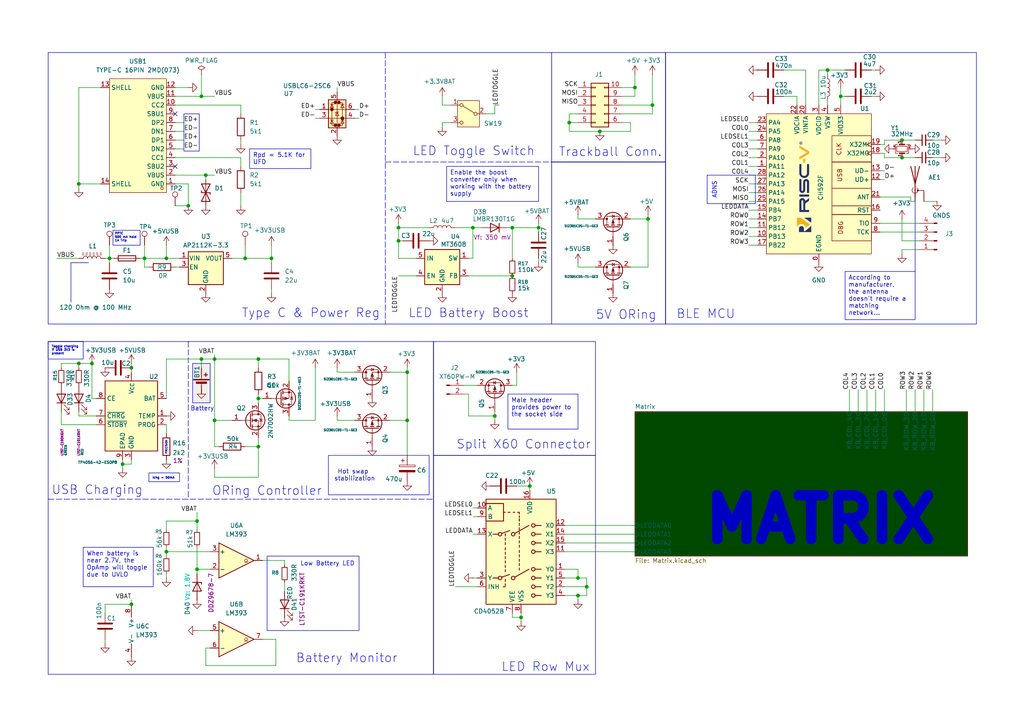
<source format=kicad_sch>
(kicad_sch (version 20250114) (generator "eeschema") (generator_version "9.0")
  (paper "A4")
  (rectangle (start 125.73 132.08) (end 172.72 195.58))
  (rectangle (start 13.97 99.06) (end 125.73 195.58))
  (rectangle (start 193.04 15.24) (end 283.21 93.98))
  (rectangle (start 160.02 15.24) (end 193.04 46.99))
  (rectangle (start 55.88 105.41) (end 60.96 116.84) (fill (type color) (color 194 194 194 0.25)))
  (rectangle (start 205.105 50.8) (end 219.075 59.055))
  (rectangle (start 53.34 33.02) (end 57.785 43.815))
  (rectangle (start 125.73 99.06) (end 172.72 132.08))
  (rectangle (start 95.25 132.08) (end 124.46 143.51))
  (rectangle (start 160.02 46.99) (end 193.04 93.98))
  (rectangle (start 77.47 161.29) (end 104.14 182.88))
  (rectangle (start 13.97 15.24) (end 160.02 93.98))
  (text "LED Toggle Switch" (at 137.414 43.942 0) (effects (font (size 2.54 2.54))))
  (text "Hot swap \nstabilization" (at 102.87 137.922 0) (effects (font (size 1.27 1.27))))
  (text "MATRIX" (at 237.998 150.876 0) (effects (font (size 12.7 12.7) (thickness 3.048) (bold yes))))
  (text "PRECISION" (at 48.26 129.794 90) (effects (font (size 0.508 0.508))))
  (text "Low Battery LED" (at 94.996 163.576 0) (effects (font (size 1.27 1.27))))
  (text "5V ORing" (at 181.61 91.44 0) (effects (font (size 2.54 2.54))))
  (text "USB Charging" (at 28.194 142.24 0) (effects (font (size 2.54 2.54))))
  (text "BLE MCU" (at 204.724 91.186 0) (effects (font (size 2.54 2.54))))
  (text "Battery" (at 58.674 118.618 0) (effects (font (size 1.27 1.27))))
  (text "ADNS" (at 207.264 55.118 90) (effects (font (size 1.27 1.27))))
  (text "Split X60 Connector" (at 151.892 129.032 0) (effects (font (size 2.54 2.54))))
  (text "Battery Monitor" (at 100.584 191.008 0) (effects (font (size 2.54 2.54))))
  (text "ORing Controller" (at 77.47 142.494 0) (effects (font (size 2.54 2.54))))
  (text "Trackball Conn." (at 177.038 44.196 0) (effects (font (size 2.54 2.54))))
  (text "LED Battery Boost" (at 135.89 90.932 0) (effects (font (size 2.54 2.54))))
  (text "Type C & Power Reg" (at 90.17 90.932 0) (effects (font (size 2.54 2.54))))
  (text "LED Row Mux" (at 158.242 193.548 0) (effects (font (size 2.54 2.54))))
  (text_box "According to manufacturer,\nthe antenna doesn't require a matching\nnetwork..." (at 245.11 78.74 0) (size 20.32 13.97) (margins 0.9525 0.9525 0.9525 0.9525) (effects (font (size 1.27 1.27)) (justify left top)))
  (text_box "Ichg = 50mA" (at 43.18 137.16 0) (size 8.89 2.54) (margins 0.9525 0.9525 0.9525 0.9525) (effects (font (size 0.635 0.635)) (justify left top)))
  (text_box "PPTC \n500 mA hold\n1A Trip" (at 32.766 66.802 0) (size 7.874 4.318) (margins 0.4763 0.4763 0.4763 0.4763) (effects (font (size 0.635 0.635)) (justify left top)))
  (text_box "Toggle charging if USB 3V3 is present" (at 13.97 99.06 0) (size 10.16 5.08) (margins 0.9525 0.9525 0.9525 0.9525) (effects (font (size 0.635 0.635)) (justify left top)))
  (text_box "When battery is near 2.7V, the OpAmp will toggle due to UVLO" (at 24.13 158.75 0) (size 20.32 11.43) (margins 0.9525 0.9525 0.9525 0.9525) (effects (font (size 1.27 1.27)) (justify left top)))
  (text_box "Enable the boost converter only when working with the battery supply" (at 129.54 48.26 0) (size 26.67 10.16) (margins 0.9525 0.9525 0.9525 0.9525) (effects (font (size 1.27 1.27)) (justify left top)))
  (text_box "Male header provides power to\nthe socket side" (at 147.32 114.3 0) (size 20.32 10.16) (margins 0.9525 0.9525 0.9525 0.9525) (effects (font (size 1.27 1.27)) (justify left top)))
  (text_box "Rpd = 5.1K for\nUFD" (at 72.39 43.18 0) (size 17.78 5.715) (margins 0.9525 0.9525 0.9525 0.9525) (effects (font (size 1.27 1.27)) (justify left top)))
  (junction (at 243.84 27.94))
  (junction (at 57.15 151.13))
  (junction (at 148.59 80.01))
  (junction (at 167.64 172.72))
  (junction (at 78.74 74.93))
  (junction (at 41.91 74.93))
  (junction (at 71.12 74.93))
  (junction (at 189.23 30.48))
  (junction (at 156.21 66.04))
  (junction (at 22.86 53.34))
  (junction (at 74.93 104.14))
  (junction (at 240.03 20.32))
  (junction (at 74.93 115.57))
  (junction (at 170.18 170.18))
  (junction (at 173.99 38.1))
  (junction (at 165.1 35.56))
  (junction (at 58.42 27.94))
  (junction (at 48.26 160.02))
  (junction (at 118.11 107.95))
  (junction (at 31.75 74.93))
  (junction (at 143.51 120.65))
  (junction (at 59.69 50.8))
  (junction (at 26.67 105.41))
  (junction (at 148.59 66.04))
  (junction (at 151.13 179.07))
  (junction (at 115.57 69.85))
  (junction (at 261.62 40.64))
  (junction (at 118.11 121.92))
  (junction (at 57.15 165.1))
  (junction (at 38.1 106.68))
  (junction (at 58.42 104.14))
  (junction (at 187.96 63.5))
  (junction (at 62.23 121.92))
  (junction (at 261.62 45.72))
  (junction (at 184.15 25.4))
  (junction (at 62.23 104.14))
  (junction (at 48.26 74.93))
  (junction (at 54.61 59.69))
  (junction (at 167.64 167.64))
  (junction (at 115.57 66.04))
  (junction (at 137.16 66.04))
  (junction (at 35.56 134.62))
  (junction (at 74.93 129.54))
  (junction (at 38.1 175.26))
  (junction (at 22.86 105.41))
  (junction (at 153.67 140.97))
  (no_connect (at 50.8 33.02))
  (no_connect (at 50.8 48.26))
  (wire (pts (xy 17.78 105.41) (xy 22.86 105.41)))
  (wire (pts (xy 74.93 129.54) (xy 74.93 138.43)))
  (wire (pts (xy 270.51 40.64) (xy 273.05 40.64)))
  (wire (pts (xy 143.51 121.92) (xy 143.51 120.65)))
  (wire (pts (xy 62.23 138.43) (xy 74.93 138.43)))
  (wire (pts (xy 38.1 134.62) (xy 35.56 134.62)))
  (wire (pts (xy 50.8 45.72) (xy 69.85 45.72)))
  (wire (pts (xy 31.75 76.2) (xy 31.75 74.93)))
  (wire (pts (xy 62.23 135.89) (xy 62.23 138.43)))
  (wire (pts (xy 82.55 171.45) (xy 82.55 168.91)))
  (wire (pts (xy 264.16 57.15) (xy 255.27 57.15)))
  (wire (pts (xy 35.56 133.35) (xy 35.56 134.62)))
  (wire (pts (xy 16.51 74.93) (xy 22.86 74.93)))
  (wire (pts (xy 102.87 34.29) (xy 104.14 34.29)))
  (wire (pts (xy 17.78 119.38) (xy 17.78 123.19)))
  (wire (pts (xy 97.79 120.65) (xy 97.79 121.92)))
  (wire (pts (xy 59.69 50.8) (xy 62.23 50.8)))
  (wire (pts (xy 54.61 53.34) (xy 50.8 53.34)))
  (wire (pts (xy 59.69 187.96) (xy 59.69 193.04)))
  (wire (pts (xy 53.34 43.18) (xy 50.8 43.18)))
  (wire (pts (xy 57.15 182.88) (xy 60.96 182.88)))
  (wire (pts (xy 151.13 180.34) (xy 151.13 179.07)))
  (wire (pts (xy 74.93 127) (xy 74.93 129.54)))
  (wire (pts (xy 148.59 66.04) (xy 148.59 74.93)))
  (wire (pts (xy 254 27.94) (xy 252.73 27.94)))
  (wire (pts (xy 217.17 48.26) (xy 219.71 48.26)))
  (wire (pts (xy 113.03 107.95) (xy 118.11 107.95)))
  (wire (pts (xy 54.61 53.34) (xy 54.61 59.69)))
  (wire (pts (xy 63.5 129.54) (xy 62.23 129.54)))
  (wire (pts (xy 256.54 44.45) (xy 256.54 45.72)))
  (wire (pts (xy 180.34 27.94) (xy 184.15 27.94)))
  (wire (pts (xy 115.57 69.85) (xy 115.57 74.93)))
  (wire (pts (xy 167.64 77.47) (xy 172.72 77.47)))
  (wire (pts (xy 31.75 71.12) (xy 31.75 74.93)))
  (wire (pts (xy 50.8 50.8) (xy 59.69 50.8)))
  (wire (pts (xy 78.74 74.93) (xy 78.74 76.2)))
  (wire (pts (xy 50.8 77.47) (xy 52.07 77.47)))
  (wire (pts (xy 137.16 147.32) (xy 138.43 147.32)))
  (wire (pts (xy 41.91 77.47) (xy 41.91 74.93)))
  (wire (pts (xy 237.49 20.32) (xy 240.03 20.32)))
  (wire (pts (xy 147.32 66.04) (xy 148.59 66.04)))
  (wire (pts (xy 255.27 41.91) (xy 256.54 41.91)))
  (wire (pts (xy 62.23 102.87) (xy 62.23 104.14)))
  (wire (pts (xy 22.86 105.41) (xy 22.86 106.68)))
  (wire (pts (xy 48.26 158.75) (xy 48.26 160.02)))
  (wire (pts (xy 231.14 30.48) (xy 231.14 27.94)))
  (wire (pts (xy 261.62 63.5) (xy 261.62 69.85)))
  (wire (pts (xy 50.8 30.48) (xy 69.85 30.48)))
  (wire (pts (xy 163.83 170.18) (xy 170.18 170.18)))
  (wire (pts (xy 167.64 167.64) (xy 163.83 167.64)))
  (wire (pts (xy 217.17 45.72) (xy 219.71 45.72)))
  (wire (pts (xy 138.43 167.64) (xy 137.16 167.64)))
  (wire (pts (xy 118.11 106.68) (xy 118.11 107.95)))
  (wire (pts (xy 264.16 58.42) (xy 265.43 58.42)))
  (wire (pts (xy 261.62 73.66) (xy 261.62 72.39)))
  (wire (pts (xy 184.15 21.59) (xy 184.15 25.4)))
  (wire (pts (xy 256.54 45.72) (xy 261.62 45.72)))
  (wire (pts (xy 57.15 148.59) (xy 57.15 151.13)))
  (wire (pts (xy 270.51 113.03) (xy 270.51 119.38)))
  (wire (pts (xy 58.42 104.14) (xy 62.23 104.14)))
  (wire (pts (xy 30.48 175.26) (xy 38.1 175.26)))
  (polyline (pts (xy 265.43 57.15) (xy 265.43 78.74)))
  (wire (pts (xy 71.12 129.54) (xy 74.93 129.54)))
  (wire (pts (xy 132.08 66.04) (xy 137.16 66.04)))
  (wire (pts (xy 22.86 105.41) (xy 26.67 105.41)))
  (wire (pts (xy 135.89 120.65) (xy 143.51 120.65)))
  (wire (pts (xy 31.75 74.93) (xy 33.02 74.93)))
  (wire (pts (xy 137.16 154.94) (xy 138.43 154.94)))
  (wire (pts (xy 71.12 74.93) (xy 78.74 74.93)))
  (wire (pts (xy 187.96 62.23) (xy 187.96 63.5)))
  (wire (pts (xy 58.42 27.94) (xy 62.23 27.94)))
  (wire (pts (xy 189.23 21.59) (xy 189.23 30.48)))
  (wire (pts (xy 118.11 107.95) (xy 118.11 121.92)))
  (polyline (pts (xy 111.76 46.99) (xy 160.02 46.99)) (stroke (width 0) (type dash)))
  (wire (pts (xy 265.43 113.03) (xy 265.43 119.38)))
  (wire (pts (xy 261.62 40.64) (xy 265.43 40.64)))
  (wire (pts (xy 48.26 160.02) (xy 60.96 160.02)))
  (wire (pts (xy 137.16 66.04) (xy 139.7 66.04)))
  (wire (pts (xy 173.99 38.1) (xy 165.1 38.1)))
  (wire (pts (xy 113.03 121.92) (xy 118.11 121.92)))
  (wire (pts (xy 48.26 151.13) (xy 48.26 153.67)))
  (wire (pts (xy 115.57 69.85) (xy 116.84 69.85)))
  (wire (pts (xy 97.79 107.95) (xy 102.87 107.95)))
  (wire (pts (xy 41.91 77.47) (xy 43.18 77.47)))
  (wire (pts (xy 48.26 71.12) (xy 48.26 74.93)))
  (wire (pts (xy 167.64 62.23) (xy 167.64 63.5)))
  (wire (pts (xy 41.91 74.93) (xy 48.26 74.93)))
  (wire (pts (xy 132.08 170.18) (xy 138.43 170.18)))
  (wire (pts (xy 163.83 157.48) (xy 184.15 157.48)))
  (wire (pts (xy 128.27 30.48) (xy 130.81 30.48)))
  (wire (pts (xy 48.26 123.19) (xy 48.26 125.73)))
  (wire (pts (xy 261.62 72.39) (xy 266.7 72.39)))
  (wire (pts (xy 217.17 43.18) (xy 219.71 43.18)))
  (wire (pts (xy 167.64 172.72) (xy 170.18 172.72)))
  (wire (pts (xy 217.17 68.58) (xy 219.71 68.58)))
  (wire (pts (xy 217.17 63.5) (xy 219.71 63.5)))
  (wire (pts (xy 217.17 53.34) (xy 219.71 53.34)))
  (wire (pts (xy 83.82 104.14) (xy 83.82 110.49)))
  (polyline (pts (xy 20.574 76.2) (xy 25.654 76.2)))
  (wire (pts (xy 58.42 106.68) (xy 58.42 104.14)))
  (wire (pts (xy 167.64 33.02) (xy 165.1 33.02)))
  (wire (pts (xy 48.26 167.64) (xy 48.26 166.37)))
  (wire (pts (xy 163.83 160.02) (xy 184.15 160.02)))
  (wire (pts (xy 74.93 104.14) (xy 74.93 106.68)))
  (wire (pts (xy 264.16 58.42) (xy 264.16 57.15)))
  (wire (pts (xy 80.01 193.04) (xy 80.01 185.42)))
  (wire (pts (xy 48.26 161.29) (xy 48.26 160.02)))
  (wire (pts (xy 69.85 40.64) (xy 69.85 41.91)))
  (wire (pts (xy 261.62 69.85) (xy 266.7 69.85)))
  (wire (pts (xy 233.68 20.32) (xy 233.68 30.48)))
  (wire (pts (xy 256.54 52.07) (xy 255.27 52.07)))
  (wire (pts (xy 62.23 104.14) (xy 74.93 104.14)))
  (wire (pts (xy 22.86 25.4) (xy 29.21 25.4)))
  (wire (pts (xy 217.17 58.42) (xy 219.71 58.42)))
  (wire (pts (xy 217.17 66.04) (xy 219.71 66.04)))
  (wire (pts (xy 48.26 74.93) (xy 52.07 74.93)))
  (wire (pts (xy 38.1 105.41) (xy 38.1 106.68)))
  (wire (pts (xy 134.62 111.76) (xy 138.43 111.76)))
  (wire (pts (xy 261.62 45.72) (xy 265.43 45.72)))
  (wire (pts (xy 59.69 50.8) (xy 59.69 52.07)))
  (wire (pts (xy 256.54 113.03) (xy 256.54 119.38)))
  (wire (pts (xy 255.27 49.53) (xy 256.54 49.53)))
  (wire (pts (xy 156.21 64.77) (xy 156.21 66.04)))
  (wire (pts (xy 227.33 20.32) (xy 233.68 20.32)))
  (wire (pts (xy 217.17 35.56) (xy 219.71 35.56)))
  (wire (pts (xy 78.74 71.12) (xy 78.74 74.93)))
  (wire (pts (xy 118.11 121.92) (xy 118.11 132.08)))
  (wire (pts (xy 104.14 31.75) (xy 102.87 31.75)))
  (wire (pts (xy 167.64 63.5) (xy 172.72 63.5)))
  (wire (pts (xy 74.93 115.57) (xy 76.2 115.57)))
  (wire (pts (xy 115.57 66.04) (xy 124.46 66.04)))
  (wire (pts (xy 270.51 45.72) (xy 273.05 45.72)))
  (wire (pts (xy 173.99 38.1) (xy 182.88 38.1)))
  (wire (pts (xy 243.84 27.94) (xy 243.84 30.48)))
  (wire (pts (xy 243.84 25.4) (xy 243.84 27.94)))
  (wire (pts (xy 271.78 58.42) (xy 267.97 58.42)))
  (wire (pts (xy 217.17 50.8) (xy 219.71 50.8)))
  (wire (pts (xy 97.79 25.4) (xy 97.79 26.67)))
  (wire (pts (xy 149.86 140.97) (xy 153.67 140.97)))
  (wire (pts (xy 148.59 111.76) (xy 149.86 111.76)))
  (wire (pts (xy 50.8 27.94) (xy 58.42 27.94)))
  (wire (pts (xy 153.67 140.97) (xy 153.67 142.24)))
  (wire (pts (xy 74.93 104.14) (xy 83.82 104.14)))
  (wire (pts (xy 22.86 119.38) (xy 22.86 120.65)))
  (wire (pts (xy 227.33 27.94) (xy 231.14 27.94)))
  (wire (pts (xy 22.86 53.34) (xy 22.86 54.61)))
  (wire (pts (xy 22.86 120.65) (xy 27.94 120.65)))
  (wire (pts (xy 48.26 115.57) (xy 48.26 104.14)))
  (wire (pts (xy 156.21 66.04) (xy 156.21 67.31)))
  (wire (pts (xy 256.54 41.91) (xy 256.54 40.64)))
  (wire (pts (xy 240.03 20.32) (xy 245.11 20.32)))
  (wire (pts (xy 57.15 165.1) (xy 60.96 165.1)))
  (wire (pts (xy 50.8 38.1) (xy 53.34 38.1)))
  (wire (pts (xy 67.31 121.92) (xy 62.23 121.92)))
  (wire (pts (xy 217.17 40.64) (xy 219.71 40.64)))
  (wire (pts (xy 148.59 179.07) (xy 151.13 179.07)))
  (wire (pts (xy 26.67 105.41) (xy 26.67 115.57)))
  (wire (pts (xy 148.59 177.8) (xy 148.59 179.07)))
  (wire (pts (xy 27.94 123.19) (xy 17.78 123.19)))
  (wire (pts (xy 57.15 153.67) (xy 57.15 151.13)))
  (wire (pts (xy 187.96 63.5) (xy 187.96 77.47)))
  (wire (pts (xy 251.46 113.03) (xy 251.46 119.38)))
  (wire (pts (xy 143.51 33.02) (xy 140.97 33.02)))
  (wire (pts (xy 91.44 34.29) (xy 92.71 34.29)))
  (wire (pts (xy 38.1 173.99) (xy 38.1 175.26)))
  (wire (pts (xy 266.7 64.77) (xy 255.27 64.77)))
  (wire (pts (xy 50.8 59.69) (xy 54.61 59.69)))
  (wire (pts (xy 180.34 35.56) (xy 182.88 35.56)))
  (wire (pts (xy 170.18 170.18) (xy 170.18 167.64)))
  (wire (pts (xy 35.56 134.62) (xy 35.56 135.89)))
  (wire (pts (xy 115.57 80.01) (xy 120.65 80.01)))
  (wire (pts (xy 97.79 121.92) (xy 102.87 121.92)))
  (wire (pts (xy 29.21 53.34) (xy 22.86 53.34)))
  (wire (pts (xy 240.03 29.21) (xy 240.03 30.48)))
  (wire (pts (xy 26.67 115.57) (xy 27.94 115.57)))
  (wire (pts (xy 148.59 66.04) (xy 156.21 66.04)))
  (wire (pts (xy 217.17 60.96) (xy 219.71 60.96)))
  (wire (pts (xy 38.1 133.35) (xy 38.1 134.62)))
  (wire (pts (xy 115.57 64.77) (xy 115.57 66.04)))
  (wire (pts (xy 17.78 105.41) (xy 17.78 106.68)))
  (wire (pts (xy 62.23 104.14) (xy 62.23 121.92)))
  (wire (pts (xy 97.79 106.68) (xy 97.79 107.95)))
  (wire (pts (xy 128.27 27.94) (xy 128.27 30.48)))
  (wire (pts (xy 237.49 20.32) (xy 237.49 30.48)))
  (wire (pts (xy 57.15 166.37) (xy 57.15 165.1)))
  (wire (pts (xy 137.16 149.86) (xy 138.43 149.86)))
  (wire (pts (xy 57.15 158.75) (xy 57.15 165.1)))
  (wire (pts (xy 91.44 106.68) (xy 91.44 121.92)))
  (wire (pts (xy 30.48 74.93) (xy 31.75 74.93)))
  (wire (pts (xy 137.16 66.04) (xy 137.16 74.93)))
  (wire (pts (xy 50.8 35.56) (xy 53.34 35.56)))
  (wire (pts (xy 74.93 115.57) (xy 74.93 116.84)))
  (wire (pts (xy 151.13 179.07) (xy 151.13 177.8)))
  (wire (pts (xy 53.34 40.64) (xy 50.8 40.64)))
  (wire (pts (xy 184.15 27.94) (xy 184.15 25.4)))
  (wire (pts (xy 170.18 170.18) (xy 170.18 172.72)))
  (wire (pts (xy 256.54 40.64) (xy 261.62 40.64)))
  (wire (pts (xy 267.97 113.03) (xy 267.97 119.38)))
  (wire (pts (xy 217.17 55.88) (xy 219.71 55.88)))
  (wire (pts (xy 71.12 71.12) (xy 71.12 74.93)))
  (wire (pts (xy 82.55 163.83) (xy 82.55 162.56)))
  (wire (pts (xy 167.64 165.1) (xy 163.83 165.1)))
  (wire (pts (xy 167.64 173.99) (xy 167.64 172.72)))
  (wire (pts (xy 254 20.32) (xy 252.73 20.32)))
  (wire (pts (xy 30.48 186.69) (xy 30.48 185.42)))
  (wire (pts (xy 134.62 114.3) (xy 135.89 114.3)))
  (polyline (pts (xy 111.76 15.24) (xy 111.76 93.98)) (stroke (width 0) (type dash)))
  (wire (pts (xy 62.23 121.92) (xy 62.23 129.54)))
  (wire (pts (xy 167.64 167.64) (xy 170.18 167.64)))
  (wire (pts (xy 143.51 120.65) (xy 143.51 119.38)))
  (wire (pts (xy 50.8 25.4) (xy 54.61 25.4)))
  (wire (pts (xy 83.82 121.92) (xy 91.44 121.92)))
  (wire (pts (xy 69.85 30.48) (xy 69.85 33.02)))
  (wire (pts (xy 58.42 114.3) (xy 58.42 113.03)))
  (wire (pts (xy 38.1 106.68) (xy 38.1 107.95)))
  (wire (pts (xy 40.64 74.93) (xy 41.91 74.93)))
  (wire (pts (xy 184.15 25.4) (xy 180.34 25.4)))
  (wire (pts (xy 22.86 25.4) (xy 22.86 53.34)))
  (wire (pts (xy 167.64 76.2) (xy 167.64 77.47)))
  (wire (pts (xy 189.23 33.02) (xy 180.34 33.02)))
  (wire (pts (xy 135.89 74.93) (xy 137.16 74.93)))
  (wire (pts (xy 67.31 74.93) (xy 71.12 74.93)))
  (wire (pts (xy 266.7 67.31) (xy 255.27 67.31)))
  (wire (pts (xy 41.91 71.12) (xy 41.91 74.93)))
  (wire (pts (xy 59.69 193.04) (xy 80.01 193.04)))
  (wire (pts (xy 248.92 113.03) (xy 248.92 119.38)))
  (wire (pts (xy 143.51 30.48) (xy 143.51 33.02)))
  (wire (pts (xy 135.89 80.01) (xy 148.59 80.01)))
  (wire (pts (xy 255.27 44.45) (xy 256.54 44.45)))
  (wire (pts (xy 83.82 120.65) (xy 83.82 121.92)))
  (wire (pts (xy 167.64 172.72) (xy 163.83 172.72)))
  (wire (pts (xy 165.1 33.02) (xy 165.1 35.56)))
  (wire (pts (xy 58.42 21.59) (xy 58.42 27.94)))
  (wire (pts (xy 78.74 85.09) (xy 78.74 83.82)))
  (wire (pts (xy 163.83 154.94) (xy 184.15 154.94)))
  (wire (pts (xy 115.57 66.04) (xy 115.57 69.85)))
  (wire (pts (xy 243.84 27.94) (xy 245.11 27.94)))
  (wire (pts (xy 74.93 114.3) (xy 74.93 115.57)))
  (wire (pts (xy 165.1 35.56) (xy 167.64 35.56)))
  (wire (pts (xy 149.86 107.95) (xy 149.86 111.76)))
  (wire (pts (xy 189.23 30.48) (xy 189.23 33.02)))
  (wire (pts (xy 69.85 48.26) (xy 69.85 45.72)))
  (wire (pts (xy 91.44 31.75) (xy 92.71 31.75)))
  (wire (pts (xy 143.51 30.48) (xy 144.78 30.48)))
  (wire (pts (xy 246.38 113.03) (xy 246.38 119.38)))
  (wire (pts (xy 76.2 162.56) (xy 82.55 162.56)))
  (wire (pts (xy 182.88 63.5) (xy 187.96 63.5)))
  (wire (pts (xy 115.57 74.93) (xy 120.65 74.93)))
  (wire (pts (xy 167.64 167.64) (xy 167.64 165.1)))
  (wire (pts (xy 156.21 76.2) (xy 156.21 74.93)))
  (wire (pts (xy 48.26 104.14) (xy 58.42 104.14)))
  (wire (pts (xy 135.89 114.3) (xy 135.89 120.65)))
  (wire (pts (xy 163.83 152.4) (xy 184.15 152.4)))
  (wire (pts (xy 254 113.03) (xy 254 119.38)))
  (wire (pts (xy 60.96 187.96) (xy 59.69 187.96)))
  (wire (pts (xy 262.89 113.03) (xy 262.89 119.38)))
  (wire (pts (xy 217.17 38.1) (xy 219.71 38.1)))
  (wire (pts (xy 69.85 59.69) (xy 69.85 55.88)))
  (polyline (pts (xy 20.574 87.63) (xy 20.574 76.2)))
  (polyline (pts (xy 54.61 99.06) (xy 54.61 144.78)) (stroke (width 0) (type dash)))
  (wire (pts (xy 180.34 30.48) (xy 189.23 30.48)))
  (wire (pts (xy 76.2 185.42) (xy 80.01 185.42)))
  (wire (pts (xy 48.26 151.13) (xy 57.15 151.13)))
  (wire (pts (xy 30.48 177.8) (xy 30.48 175.26)))
  (wire (pts (xy 217.17 71.12) (xy 219.71 71.12)))
  (polyline (pts (xy 13.97 144.78) (xy 125.73 144.78)) (stroke (width 0) (type dash)))
  (wire (pts (xy 240.03 20.32) (xy 240.03 21.59)))
  (wire (pts (xy 182.88 35.56) (xy 182.88 38.1)))
  (wire (pts (xy 128.27 35.56) (xy 130.81 35.56)))
  (wire (pts (xy 182.88 77.47) (xy 187.96 77.47)))
  (wire (pts (xy 128.27 36.83) (xy 128.27 35.56)))
  (wire (pts (xy 165.1 38.1) (xy 165.1 35.56)))
  (label "COL2" (at 217.17 45.72 180))
  (label "VBUS" (at 16.51 74.93 0))
  (label "COL0" (at 256.54 113.03 90))
  (label "D+" (at 104.14 31.75 0))
  (label "COL1" (at 254 113.03 90))
  (label "MISO" (at 167.64 30.48 180))
  (label "SCK" (at 217.17 53.34 180))
  (label "MISO" (at 217.17 58.42 180))
  (label "ROW3" (at 217.17 71.12 180))
  (label "ROW2" (at 265.43 113.03 90))
  (label "ROW2" (at 217.17 68.58 180))
  (label "SCK" (at 167.64 25.4 180))
  (label "ROW0" (at 270.51 113.03 90))
  (label "ROW1" (at 217.17 66.04 180))
  (label "COL2" (at 251.46 113.03 90))
  (label "VBUS" (at 62.23 50.8 0))
  (label "COL4" (at 217.17 50.8 180))
  (label "COL1" (at 217.17 48.26 180))
  (label "ROW3" (at 262.89 113.03 90))
  (label "VBAT" (at 62.23 102.87 180))
  (label "D-" (at 104.14 34.29 0))
  (label "ED+" (at 53.34 35.56 0))
  (label "ROW1" (at 267.97 113.03 90))
  (label "ED+" (at 91.44 31.75 180))
  (label "COL4" (at 246.38 113.03 90))
  (label "LEDSEL1" (at 217.17 40.64 180))
  (label "VBAT" (at 57.15 148.59 180))
  (label "D-" (at 256.54 49.53 0))
  (label "VBUS" (at 62.23 27.94 0))
  (label "ED-" (at 91.44 34.29 180))
  (label "MOSI" (at 167.64 27.94 180))
  (label "ROW0" (at 217.17 63.5 180))
  (label "VBUS" (at 97.79 25.4 0))
  (label "LEDSEL0" (at 217.17 35.56 180))
  (label "LEDDATA" (at 217.17 60.96 180))
  (label "ED-" (at 53.34 43.18 0))
  (label "VBAT" (at 38.1 173.99 180))
  (label "MOSI" (at 217.17 55.88 180))
  (label "ED-" (at 53.34 38.1 0))
  (label "COL0" (at 217.17 38.1 180))
  (label "LEDTOGGLE" (at 115.57 80.01 270))
  (label "LEDTOGGLE" (at 144.78 30.48 90))
  (label "COL3" (at 248.92 113.03 90))
  (label "LEDDATA" (at 137.16 154.94 180))
  (label "LEDSEL0" (at 137.16 147.32 180))
  (label "D+" (at 256.54 52.07 0))
  (label "COL3" (at 217.17 43.18 180))
  (label "LEDSEL1" (at 137.16 149.86 180))
  (label "ED+" (at 53.34 40.64 0))
  (label "LEDTOGGLE" (at 132.08 170.18 90))
  (symbol (lib_id "power:GND") (at 22.86 54.61 0) (unit 1)
    (property "Reference" "#PWR019" (effects (hide yes)))
    (property "Value" "GND" (effects (hide yes)))
    (property "Description" "Power symbol creates a global label with name \"GND\" , ground" (effects (hide yes)))
  )
  (symbol (lib_id "power:GND") (at 259.08 43.18 270) (unit 1)
    (property "Reference" "#PWR0117" (effects (hide yes)))
    (property "Value" "GND" (effects (hide yes)))
    (property "Description" "Power symbol creates a global label with name \"GND\" , ground" (effects (hide yes)))
  )
  (symbol (lib_id "power:+5V") (at 167.64 76.2 0) (unit 1)
    (property "Reference" "#PWR0110" (effects (hide yes)))
    (property "Value" "+5VUSB" (at 167.386 72.136 0))
    (property "Description" "Power symbol creates a global label with name \"+5V\"" (effects (hide yes)))
  )
  (symbol (lib_id "Diode:BZT52Bxx") (at 57.15 170.18 270) (unit 1)
    (property "Reference" "D40" (at 54.356 174.498 0) (effects (justify left)))
    (property "Value" "DDZ9678-7" (effects (hide yes)))
    (property "Footprint" "Diode_SMD:D_SOD-123F" (effects (hide yes)))
    (property "Datasheet" "https://diotec.com/tl_files/diotec/files/pdf/datasheets/bzt52b2v4.pdf" (effects (hide yes)))
    (property "Description" "500mW Zener Diode, SOD-123F" (effects (hide yes)))
    (property "PN" "DDZ9678-7" (at 61.214 171.958 0))
    (property "Vz" "1.8V" (at 54.356 170.18 0) (show_name yes))
  )
  (symbol (lib_id "power:GND") (at 30.48 106.68 0) (unit 1)
    (property "Reference" "#PWR0103" (effects (hide yes)))
    (property "Value" "GND" (effects (hide yes)))
    (property "Description" "Power symbol creates a global label with name \"GND\" , ground" (effects (hide yes)))
  )
  (symbol (lib_id "power:GND") (at 264.16 43.18 90) (unit 1)
    (property "Reference" "#PWR0118" (effects (hide yes)))
    (property "Value" "GND" (effects (hide yes)))
    (property "Description" "Power symbol creates a global label with name \"GND\" , ground" (effects (hide yes)))
  )
  (symbol (lib_id "power:GND") (at 128.27 36.83 0) (unit 1)
    (property "Reference" "#PWR032" (effects (hide yes)))
    (property "Value" "GND" (effects (hide yes)))
    (property "Description" "Power symbol creates a global label with name \"GND\" , ground" (effects (hide yes)))
  )
  (symbol (lib_id "Device:R_Small") (at 48.26 156.21 0) (unit 1)
    (property "Reference" "R5" (at 44.958 154.178 0) (effects (font (size 1.016 1.016)) (justify left)))
    (property "Value" "56k" (at 46.228 159.004 90) (effects (justify left)))
    (property "Footprint" "Resistor_SMD:R_0603_1608Metric_Pad0.98x0.95mm_HandSolder" (effects (hide yes)))
    (property "Description" "Resistor, small symbol" (effects (hide yes)))
  )
  (symbol (lib_id "Connector:TestPoint") (at 50.8 59.69 0) (unit 1)
    (property "Reference" "TP2" (at 49.276 54.61 0) (effects (justify left)))
    (property "Value" "TestPoint" (effects (hide yes)))
    (property "Footprint" "TestPoint:TestPoint_Pad_D1.0mm" (effects (hide yes)))
    (property "Description" "test point" (effects (hide yes)))
  )
  (symbol (lib_id "Device:C_Small") (at 267.97 40.64 90) (unit 1)
    (property "Reference" "C29" (at 270.764 39.116 90))
    (property "Value" "10p" (at 270.764 42.164 90))
    (property "Footprint" "Capacitor_SMD:C_0603_1608Metric_Pad1.08x0.95mm_HandSolder" (effects (hide yes)))
    (property "Description" "Unpolarized capacitor, small symbol" (effects (hide yes)))
  )
  (symbol (lib_id "Device:D_TVS") (at 59.69 55.88 90) (unit 1)
    (property "Reference" "D1" (at 62.23 54.6099 90) (effects (justify right)))
    (property "Value" "CPDUR5V0HE-HF" (effects (hide yes)))
    (property "Footprint" "Diode_SMD:D_0603_1608Metric_Pad1.05x0.95mm_HandSolder" (effects (hide yes)))
    (property "Description" "Bidirectional transient-voltage-suppression diode" (effects (hide yes)))
    (property "InvenTree" "58" (effects (hide yes)))
  )
  (symbol (lib_id "Device:C") (at 248.92 20.32 90) (unit 1)
    (property "Reference" "C30" (at 252.222 16.51 90))
    (property "Value" "4u7" (at 252.222 18.542 90))
    (property "Footprint" "Capacitor_SMD:C_0603_1608Metric_Pad1.08x0.95mm_HandSolder" (effects (hide yes)))
    (property "Description" "Unpolarized capacitor" (effects (hide yes)))
  )
  (symbol (lib_id "power:GND") (at 59.69 59.69 0) (unit 1)
    (property "Reference" "#PWR024" (effects (hide yes)))
    (property "Value" "GND" (effects (hide yes)))
    (property "Description" "Power symbol creates a global label with name \"GND\" , ground" (effects (hide yes)))
  )
  (symbol (lib_id "power:GND") (at 261.62 73.66 0) (unit 1)
    (property "Reference" "#PWR0122" (effects (hide yes)))
    (property "Value" "GND" (effects (hide yes)))
    (property "Description" "Power symbol creates a global label with name \"GND\" , ground" (effects (hide yes)))
  )
  (symbol (lib_id "power:GND") (at 48.26 120.65 90) (unit 1)
    (property "Reference" "#PWR0104" (effects (hide yes)))
    (property "Value" "GND" (effects (hide yes)))
    (property "Description" "Power symbol creates a global label with name \"GND\" , ground" (effects (hide yes)))
  )
  (symbol (lib_id "power:+5V") (at 156.21 64.77 0) (unit 1)
    (property "Reference" "#PWR0108" (effects (hide yes)))
    (property "Value" "+5VBAT" (at 155.702 61.214 0))
    (property "Description" "Power symbol creates a global label with name \"+5V\"" (effects (hide yes)))
  )
  (symbol (lib_id "power:+5V") (at 167.64 62.23 0) (unit 1)
    (property "Reference" "#PWR0109" (effects (hide yes)))
    (property "Value" "+5VBAT" (at 167.132 58.674 0))
    (property "Description" "Power symbol creates a global label with name \"+5V\"" (effects (hide yes)))
  )
  (symbol (lib_id "power:+5V") (at 153.67 140.97 0) (mirror y) (unit 1)
    (property "Reference" "#PWR096" (effects (hide yes)))
    (property "Value" "+5V" (at 153.162 137.16 0))
    (property "Description" "Power symbol creates a global label with name \"+5V\"" (effects (hide yes)))
  )
  (symbol (lib_id "Battery_Management:TP4056-42-ESOP8") (at 38.1 120.65 0) (unit 1)
    (property "Reference" "U2" (at 43.18 109.22 0) (effects (justify left)))
    (property "Value" "TP4056-42-ESOP8" (at 22.606 134.112 0) (effects (font (size 0.762 0.762)) (justify left)))
    (property "Footprint" "Package_TO_SOT_SMD:TSOT-23-6_HandSoldering" (effects (hide yes)))
    (property "Datasheet" "https://www.lcsc.com/datasheet/lcsc_datasheet_2410121619_TOPPOWER-Nanjing-Extension-Microelectronics-TP4056-42-ESOP8_C16581.pdf" (effects (hide yes)))
    (property "Description" "1A Standalone Linear Li-ion/LiPo single-cell battery charger, 4.2V ±1% charge voltage, VCC = 4.0..8.0V, SOIC-8 (SOP-8)" (effects (hide yes)))
  )
  (symbol (lib_id "Device:Fuse") (at 36.83 74.93 90) (unit 1)
    (property "Reference" "F1" (at 36.83 72.644 90))
    (property "Value" "1812L050/30PR" (effects (hide yes)))
    (property "Footprint" "Fuse:Fuse_1812_4532Metric_Pad1.30x3.40mm_HandSolder" (effects (hide yes)))
    (property "Description" "Fuse" (effects (hide yes)))
    (property "InvenTree" "63" (effects (hide yes)))
  )
  (symbol (lib_id "Device:Antenna_Shield") (at 265.43 53.34 0) (unit 1)
    (property "Reference" "AE1" (at 269.24 51.4349 0) (effects (justify left)))
    (property "Value" "Antenna_Shield" (effects (hide yes)))
    (property "Description" "Antenna with extra pin for shielding" (effects (hide yes)))
  )
  (symbol (lib_id "power:GND") (at 124.46 69.85 90) (unit 1)
    (property "Reference" "#PWR035" (effects (hide yes)))
    (property "Value" "GND" (effects (hide yes)))
    (property "Description" "Power symbol creates a global label with name \"GND\" , ground" (effects (hide yes)))
  )
  (symbol (lib_id "power:GNDS") (at 271.78 58.42 0) (unit 1)
    (property "Reference" "#PWR01" (effects (hide yes)))
    (property "Value" "GNDS" (at 273.05 62.484 0))
    (property "Description" "Power symbol creates a global label with name \"GNDS\" , signal ground" (effects (hide yes)))
  )
  (symbol (lib_id "Connector:TestPoint") (at 41.91 71.12 0) (unit 1)
    (property "Reference" "TP4" (at 40.386 65.786 0) (effects (justify left)))
    (property "Value" "TestPoint" (effects (hide yes)))
    (property "Footprint" "TestPoint:TestPoint_Pad_D1.0mm" (effects (hide yes)))
    (property "Description" "test point" (effects (hide yes)))
  )
  (symbol (lib_id "Device:Crystal_GND24_Small") (at 261.62 43.18 90) (unit 1)
    (property "Reference" "Y1" (at 259.588 37.084 90))
    (property "Value" "32MHz" (at 261.62 38.862 90))
    (property "Footprint" "Crystal:Crystal_SMD_2016-4Pin_2.0x1.6mm" (effects (hide yes)))
    (property "Description" "Four pin crystal, GND on pins 2 and 4, small symbol" (effects (hide yes)))
    (property "PN" " XL7EL89CKI-111YLC-32M" (effects (hide yes)))
  )
  (symbol (lib_id "Device:Battery_Cell") (at 58.42 111.76 0) (unit 1)
    (property "Reference" "BT1" (at 57.15 109.728 90) (effects (justify left)))
    (property "Value" "Battery_Cell" (effects (hide yes)))
    (property "Description" "Single-cell battery" (effects (hide yes)))
  )
  (symbol (lib_id "power:GND") (at 31.75 83.82 0) (unit 1)
    (property "Reference" "#PWR020" (effects (hide yes)))
    (property "Value" "GND" (effects (hide yes)))
    (property "Description" "Power symbol creates a global label with name \"GND\" , ground" (effects (hide yes)))
  )
  (symbol (lib_id "power:GND") (at 58.42 113.03 0) (unit 1)
    (property "Reference" "#PWR04" (effects (hide yes)))
    (property "Value" "GND" (effects (hide yes)))
    (property "Description" "Power symbol creates a global label with name \"GND\" , ground" (effects (hide yes)))
  )
  (symbol (lib_id "power:GND") (at 173.99 38.1 0) (unit 1)
    (property "Reference" "#PWR0116" (effects (hide yes)))
    (property "Value" "GND" (effects (hide yes)))
    (property "Description" "Power symbol creates a global label with name \"GND\" , ground" (effects (hide yes)))
  )
  (symbol (lib_id "Transistor_FET:Q_PMOS_GSD") (at 107.95 110.49 90) (unit 1)
    (property "Reference" "Q3" (at 111.76 114.554 0) (effects (justify left)))
    (property "Value" "SI2301CDS-T1-GE3" (at 103.632 109.982 90) (effects (font (size 0.635 0.635)) (justify left)))
    (property "Footprint" "Package_TO_SOT_SMD:SOT-23_Handsoldering" (effects (hide yes)))
    (property "Description" "P-MOSFET transistor, gate/source/drain" (effects (hide yes)))
    (property "PN" "SI2301CDS-T1-GE3" (effects (hide yes)))
  )
  (symbol (lib_id "power:GND") (at 69.85 41.91 0) (unit 1)
    (property "Reference" "#PWR027" (effects (hide yes)))
    (property "Value" "GND" (effects (hide yes)))
    (property "Description" "Power symbol creates a global label with name \"GND\" , ground" (effects (hide yes)))
  )
  (symbol (lib_id "Transistor_FET:Q_PMOS_GSD") (at 177.8 66.04 90) (unit 1)
    (property "Reference" "Q6" (at 181.61 70.104 0) (effects (justify left)))
    (property "Value" "SI2301CDS-T1-GE3" (at 173.482 65.532 90) (effects (font (size 0.635 0.635)) (justify left)))
    (property "Footprint" "Package_TO_SOT_SMD:SOT-23_Handsoldering" (effects (hide yes)))
    (property "Description" "P-MOSFET transistor, gate/source/drain" (effects (hide yes)))
    (property "PN" "SI2301CDS-T1-GE3" (effects (hide yes)))
  )
  (symbol (lib_id "power:+5V") (at 184.15 21.59 0) (mirror y) (unit 1)
    (property "Reference" "#PWR0114" (effects (hide yes)))
    (property "Value" "+5V" (at 183.642 17.526 0))
    (property "Description" "Power symbol creates a global label with name \"+5V\"" (effects (hide yes)))
  )
  (symbol (lib_id "Transistor_FET:Q_PMOS_GSD") (at 177.8 80.01 90) (unit 1)
    (property "Reference" "Q7" (at 181.61 84.074 0) (effects (justify left)))
    (property "Value" "SI2301CDS-T1-GE3" (at 173.482 80.264 90) (effects (font (size 0.635 0.635)) (justify left)))
    (property "Footprint" "Package_TO_SOT_SMD:SOT-23_Handsoldering" (effects (hide yes)))
    (property "Description" "P-MOSFET transistor, gate/source/drain" (effects (hide yes)))
    (property "PN" "SI2301CDS-T1-GE3" (effects (hide yes)))
  )
  (symbol (lib_id "power:GND") (at 148.59 85.09 0) (unit 1)
    (property "Reference" "#PWR0106" (effects (hide yes)))
    (property "Value" "GND" (effects (hide yes)))
    (property "Description" "Power symbol creates a global label with name \"GND\" , ground" (effects (hide yes)))
  )
  (symbol (lib_id "power:GND") (at 151.13 180.34 0) (unit 1)
    (property "Reference" "#PWR085" (effects (hide yes)))
    (property "Value" "GND" (effects (hide yes)))
    (property "Description" "Power symbol creates a global label with name \"GND\" , ground" (effects (hide yes)))
  )
  (symbol (lib_id "Device:C") (at 78.74 80.01 0) (unit 1)
    (property "Reference" "C4" (at 82.55 78.7399 0) (effects (justify left)))
    (property "Value" "22u" (at 82.55 81.2799 0) (effects (justify left)))
    (property "Footprint" "Capacitor_SMD:C_0603_1608Metric_Pad1.08x0.95mm_HandSolder" (effects (hide yes)))
    (property "Description" "Unpolarized capacitor" (effects (hide yes)))
  )
  (symbol (lib_id "power:+3.3V") (at 97.79 106.68 0) (unit 1)
    (property "Reference" "#PWR07" (effects (hide yes)))
    (property "Value" "+3V3BAT" (at 99.06 102.362 0))
    (property "Description" "Power symbol creates a global label with name \"+3.3V\"" (effects (hide yes)))
  )
  (symbol (lib_id "power:GND") (at 273.05 45.72 90) (unit 1)
    (property "Reference" "#PWR0120" (effects (hide yes)))
    (property "Value" "GND" (effects (hide yes)))
    (property "Description" "Power symbol creates a global label with name \"GND\" , ground" (effects (hide yes)))
  )
  (symbol (lib_id "Analog_Switch:CD4052B") (at 151.13 160.02 0) (unit 1)
    (property "Reference" "U5" (at 158.496 142.494 0) (effects (justify left)))
    (property "Value" "CD4052B" (at 137.414 177.292 0) (effects (justify left)))
    (property "Footprint" "Package_SO:TSSOP-16_4.4x5mm_P0.65mm" (effects (hide yes)))
    (property "Datasheet" "http://www.ti.com/lit/ds/symlink/cd4052b.pdf" (effects (hide yes)))
    (property "Description" "CMOS double 4-channel analog multiplexer/demultiplexer, TSSOP-16/DIP-16/SOIC-16" (effects (hide yes)))
    (property "PN" "CD4052BMT/TR" (effects (hide yes)))
  )
  (symbol (lib_id "power:GND") (at 57.15 182.88 270) (unit 1)
    (property "Reference" "#PWR016" (effects (hide yes)))
    (property "Value" "GND" (effects (hide yes)))
    (property "Description" "Power symbol creates a global label with name \"GND\" , ground" (effects (hide yes)))
  )
  (symbol (lib_id "power:GND") (at 143.51 121.92 0) (unit 1)
    (property "Reference" "#PWR098" (effects (hide yes)))
    (property "Value" "GND" (effects (hide yes)))
    (property "Description" "Power symbol creates a global label with name \"GND\" , ground" (effects (hide yes)))
  )
  (symbol (lib_id "Device:C_Small") (at 267.97 45.72 90) (unit 1)
    (property "Reference" "C28" (at 270.764 44.196 90))
    (property "Value" "10p" (at 270.764 47.244 90))
    (property "Footprint" "Capacitor_SMD:C_0603_1608Metric_Pad1.08x0.95mm_HandSolder" (effects (hide yes)))
    (property "Description" "Unpolarized capacitor, small symbol" (effects (hide yes)))
  )
  (symbol (lib_id "power:+5V") (at 187.96 62.23 0) (mirror y) (unit 1)
    (property "Reference" "#PWR0113" (effects (hide yes)))
    (property "Value" "+5V" (at 187.452 58.42 0))
    (property "Description" "Power symbol creates a global label with name \"+5V\"" (effects (hide yes)))
  )
  (symbol (lib_id "power:+5V") (at 38.1 105.41 0) (unit 1)
    (property "Reference" "#PWR0102" (effects (hide yes)))
    (property "Value" "+5VUSB" (at 38.354 101.6 0))
    (property "Description" "Power symbol creates a global label with name \"+5V\"" (effects (hide yes)))
  )
  (symbol (lib_id "power:+3.3V") (at 149.86 107.95 0) (unit 1)
    (property "Reference" "#PWR025" (effects (hide yes)))
    (property "Value" "+3V3" (at 147.066 104.14 0) (effects (justify left)))
    (property "Description" "Power symbol creates a global label with name \"+3.3V\"" (effects (hide yes)))
  )
  (symbol (lib_id "Device:LED") (at 22.86 115.57 90) (unit 1)
    (property "Reference" "D4" (at 25.654 115.57 0))
    (property "Value" "RED" (at 23.876 131.064 0) (effects (font (size 0.635 0.635))))
    (property "Footprint" "LED_SMD:LED_0603_1608Metric" (effects (hide yes)))
    (property "Description" "Light emitting diode" (effects (hide yes)))
    (property "Sim.Pins" "1=K 2=A" (effects (hide yes)))
    (property "PN" "LTST-C191KRKT" (at 22.86 128.27 0) (effects (font (size 0.635 0.635))))
  )
  (symbol (lib_id "power:GND") (at 107.95 115.57 0) (unit 1)
    (property "Reference" "#PWR030" (effects (hide yes)))
    (property "Value" "GND" (effects (hide yes)))
    (property "Description" "Power symbol creates a global label with name \"GND\" , ground" (effects (hide yes)))
  )
  (symbol (lib_id "Connector:Conn_01x04_Pin") (at 271.78 69.85 180) (unit 1)
    (property "Reference" "J3" (at 274.066 67.818 0) (effects (justify right)))
    (property "Value" "Conn_01x04_Pin" (effects (hide yes)))
    (property "Footprint" "Connector_JST:JST_PH_B4B-PH-K_1x04_P2.00mm_Vertical" (effects (hide yes)))
    (property "Description" "Generic connector, single row, 01x04, script generated" (effects (hide yes)))
  )
  (symbol (lib_id "power:GND") (at 78.74 85.09 0) (unit 1)
    (property "Reference" "#PWR026" (effects (hide yes)))
    (property "Value" "GND" (effects (hide yes)))
    (property "Description" "Power symbol creates a global label with name \"GND\" , ground" (effects (hide yes)))
  )
  (symbol (lib_id "power:+1V8") (at 97.79 120.65 0) (unit 1)
    (property "Reference" "#PWR09" (effects (hide yes)))
    (property "Value" "+3V3USB" (at 97.282 117.094 0))
    (property "Description" "Power symbol creates a global label with name \"+1V8\"" (effects (hide yes)))
  )
  (symbol (lib_id "Device:R_Small") (at 22.86 109.22 0) (unit 1)
    (property "Reference" "R14" (at 21.082 110.49 90) (effects (font (size 1.016 1.016)) (justify left)))
    (property "Value" "330R" (at 25.146 112.268 90) (effects (justify left)))
    (property "Footprint" "Resistor_SMD:R_0603_1608Metric_Pad0.98x0.95mm_HandSolder" (effects (hide yes)))
    (property "Description" "Resistor, small symbol" (effects (hide yes)))
  )
  (symbol (lib_id "power:GND") (at 57.15 173.99 0) (unit 1)
    (property "Reference" "#PWR013" (effects (hide yes)))
    (property "Value" "GND" (effects (hide yes)))
    (property "Description" "Power symbol creates a global label with name \"GND\" , ground" (effects (hide yes)))
  )
  (symbol (lib_id "Device:C") (at 34.29 106.68 90) (unit 1)
    (property "Reference" "C2" (at 36.576 105.41 90))
    (property "Value" "10u" (at 31.242 105.156 90))
    (property "Footprint" "Capacitor_SMD:C_0603_1608Metric_Pad1.08x0.95mm_HandSolder" (effects (hide yes)))
    (property "Description" "Unpolarized capacitor" (effects (hide yes)))
  )
  (symbol (lib_id "Power_Protection:USBLC6-2SC6") (at 97.79 31.75 0) (unit 1)
    (property "Reference" "U7" (at 82.296 27.178 0) (effects (justify left)))
    (property "Value" "USBLC6-2SC6" (at 82.042 24.892 0) (effects (justify left)))
    (property "Footprint" "Package_TO_SOT_SMD:SOT-23-6" (effects (hide yes)))
    (property "Datasheet" "https://www.st.com/resource/en/datasheet/usblc6-2.pdf" (effects (hide yes)))
    (property "Description" "Very low capacitance ESD protection diode, 2 data-line, SOT-23-6" (effects (hide yes)))
  )
  (symbol (lib_id "Comparator:LM393") (at 68.58 185.42 0) (unit 2)
    (property "Reference" "U6" (at 68.58 175.26 0))
    (property "Value" "LM393" (at 68.58 177.8 0))
    (property "Footprint" "Package_SO:SOIC-8_3.9x4.9mm_P1.27mm" (effects (hide yes)))
    (property "Datasheet" "http://www.ti.com/lit/ds/symlink/lm393.pdf" (effects (hide yes)))
    (property "Description" "Low-Power, Low-Offset Voltage, Dual Comparators, DIP-8/SOIC-8/TO-99-8" (effects (hide yes)))
  )
  (symbol (lib_id "Device:L_Ferrite") (at 26.67 74.93 90) (unit 1)
    (property "Reference" "L1" (at 26.924 71.374 90))
    (property "Value" "120 Ohm @ 100 MHz" (at 27.686 89.154 90))
    (property "Footprint" "Inductor_SMD:L_0603_1608Metric_Pad1.05x0.95mm_HandSolder" (effects (hide yes)))
    (property "Description" "Inductor with ferrite core" (effects (hide yes)))
    (property "InvenTree" "74" (effects (hide yes)))
  )
  (symbol (lib_id "power:GND") (at 254 20.32 90) (unit 1)
    (property "Reference" "#PWR0124" (effects (hide yes)))
    (property "Value" "GND" (effects (hide yes)))
    (property "Description" "Power symbol creates a global label with name \"GND\" , ground" (effects (hide yes)))
  )
  (symbol (lib_id "Connector_Generic:Conn_02x05_Counter_Clockwise") (at 172.72 30.48 0) (unit 1)
    (property "Reference" "J1" (at 173.736 21.59 0))
    (property "Value" "Conn_02x05_Counter_Clockwise" (effects (hide yes)))
    (property "Description" "Generic connector, double row, 02x05, counter clockwise pin numbering scheme (similar to DIP package numbering), script generated (kicad-library-utils/schlib/autogen/connector/)" (effects (hide yes)))
  )
  (symbol (lib_id "power:GND") (at 48.26 133.35 0) (unit 1)
    (property "Reference" "#PWR0105" (effects (hide yes)))
    (property "Value" "GND" (effects (hide yes)))
    (property "Description" "Power symbol creates a global label with name \"GND\" , ground" (effects (hide yes)))
  )
  (symbol (lib_id "power:+3.3V") (at 118.11 106.68 0) (unit 1)
    (property "Reference" "#PWR06" (effects (hide yes)))
    (property "Value" "+3V3" (at 117.856 102.616 0))
    (property "Description" "Power symbol creates a global label with name \"+3.3V\"" (effects (hide yes)))
  )
  (symbol (lib_id "power:GND") (at 177.8 85.09 0) (unit 1)
    (property "Reference" "#PWR0112" (effects (hide yes)))
    (property "Value" "GND" (effects (hide yes)))
    (property "Description" "Power symbol creates a global label with name \"GND\" , ground" (effects (hide yes)))
  )
  (symbol (lib_id "power:GND") (at 59.69 85.09 0) (unit 1)
    (property "Reference" "#PWR021" (effects (hide yes)))
    (property "Value" "GND" (effects (hide yes)))
    (property "Description" "Power symbol creates a global label with name \"GND\" , ground" (effects (hide yes)))
  )
  (symbol (lib_id "power:GND") (at 167.64 173.99 0) (unit 1)
    (property "Reference" "#PWR086" (effects (hide yes)))
    (property "Value" "GND" (effects (hide yes)))
    (property "Description" "Power symbol creates a global label with name \"GND\" , ground" (effects (hide yes)))
  )
  (symbol (lib_id "power:GND") (at 254 27.94 90) (unit 1)
    (property "Reference" "#PWR0123" (effects (hide yes)))
    (property "Value" "GND" (effects (hide yes)))
    (property "Description" "Power symbol creates a global label with name \"GND\" , ground" (effects (hide yes)))
  )
  (symbol (lib_id "power:GND") (at 219.71 20.32 270) (unit 1)
    (property "Reference" "#PWR0126" (effects (hide yes)))
    (property "Value" "GND" (effects (hide yes)))
    (property "Description" "Power symbol creates a global label with name \"GND\" , ground" (effects (hide yes)))
  )
  (symbol (lib_id "Connector:TestPoint") (at 31.75 71.12 0) (unit 1)
    (property "Reference" "TP3" (at 29.972 65.278 0) (effects (justify left)))
    (property "Value" "TestPoint" (effects (hide yes)))
    (property "Footprint" "TestPoint:TestPoint_Pad_D1.0mm" (effects (hide yes)))
    (property "Description" "test point" (effects (hide yes)))
  )
  (symbol (lib_id "power:GND") (at 97.79 39.37 0) (unit 1)
    (property "Reference" "#PWR029" (effects (hide yes)))
    (property "Value" "GND" (effects (hide yes)))
    (property "Description" "Power symbol creates a global label with name \"GND\" , ground" (effects (hide yes)))
  )
  (symbol (lib_id "power:+1V8") (at 62.23 135.89 0) (unit 1)
    (property "Reference" "#PWR010" (effects (hide yes)))
    (property "Value" "+3V3USB" (at 61.722 132.334 0))
    (property "Description" "Power symbol creates a global label with name \"+1V8\"" (effects (hide yes)))
  )
  (symbol (lib_id "steew:CH592F") (at 237.49 58.42 0) (unit 1)
    (property "Reference" "U1" (at 249.428 31.496 0) (effects (justify left)))
    (property "Value" "CH592F" (at 237.998 58.166 90) (effects (justify left)))
    (property "Footprint" "steew:CH592F" (effects (hide yes)))
    (property "Datasheet" "https://www.wch-ic.com/download/file?id=378" (effects (hide yes)))
  )
  (symbol (lib_id "power:GND") (at 38.1 190.5 0) (unit 1)
    (property "Reference" "#PWR015" (effects (hide yes)))
    (property "Value" "GND" (effects (hide yes)))
    (property "Description" "Power symbol creates a global label with name \"GND\" , ground" (effects (hide yes)))
  )
  (symbol (lib_id "power:GND") (at 35.56 135.89 0) (unit 1)
    (property "Reference" "#PWR099" (effects (hide yes)))
    (property "Value" "GND" (effects (hide yes)))
    (property "Description" "Power symbol creates a global label with name \"GND\" , ground" (effects (hide yes)))
  )
  (symbol (lib_id "Device:L") (at 128.27 66.04 90) (unit 1)
    (property "Reference" "L2" (at 125.73 64.008 90))
    (property "Value" "4u7" (at 129.794 64.008 90))
    (property "Footprint" "Inductor_SMD:L_0603_1608Metric_Pad1.05x0.95mm_HandSolder" (effects (hide yes)))
    (property "Description" "Inductor" (effects (hide yes)))
  )
  (symbol (lib_id "power:+1V8") (at 78.74 71.12 0) (unit 1)
    (property "Reference" "#PWR05" (effects (hide yes)))
    (property "Value" "+3V3USB" (at 78.232 66.802 0))
    (property "Description" "Power symbol creates a global label with name \"+1V8\"" (effects (hide yes)))
  )
  (symbol (lib_id "power:GND") (at 128.27 85.09 0) (unit 1)
    (property "Reference" "#PWR03" (effects (hide yes)))
    (property "Value" "GND" (effects (hide yes)))
    (property "Description" "Power symbol creates a global label with name \"GND\" , ground" (effects (hide yes)))
  )
  (symbol (lib_id "Device:L") (at 240.03 25.4 0) (unit 1)
    (property "Reference" "L3" (at 238.76 28.956 90) (effects (justify left)))
    (property "Value" "10u" (at 238.76 25.654 90) (effects (justify left)))
    (property "Footprint" "Inductor_SMD:L_0603_1608Metric_Pad1.05x0.95mm_HandSolder" (effects (hide yes)))
    (property "Description" "Inductor" (effects (hide yes)))
  )
  (symbol (lib_id "Device:R_Small") (at 48.26 163.83 0) (unit 1)
    (property "Reference" "R6" (at 44.958 161.29 0) (effects (font (size 1.016 1.016)) (justify left)))
    (property "Value" "160k" (at 46.228 167.132 90) (effects (justify left)))
    (property "Footprint" "Resistor_SMD:R_0603_1608Metric_Pad0.98x0.95mm_HandSolder" (effects (hide yes)))
    (property "Description" "Resistor, small symbol" (effects (hide yes)))
  )
  (symbol (lib_id "power:+3.3V") (at 189.23 21.59 0) (unit 1)
    (property "Reference" "#PWR0115" (effects (hide yes)))
    (property "Value" "+3V3" (at 188.976 17.526 0))
    (property "Description" "Power symbol creates a global label with name \"+3.3V\"" (effects (hide yes)))
  )
  (symbol (lib_id "Switch:SW_SPDT") (at 135.89 33.02 0) (mirror y) (unit 1)
    (property "Reference" "SW19" (at 143.002 35.814 0))
    (property "Value" "SW_SPDT" (effects (hide yes)))
    (property "Description" "Switch, single pole double throw" (effects (hide yes)))
  )
  (symbol (lib_id "Device:C") (at 156.21 71.12 180) (unit 1)
    (property "Reference" "C27" (at 157.734 65.786 90) (effects (justify left)))
    (property "Value" "22u" (at 157.734 72.644 90) (effects (justify left)))
    (property "Footprint" "Capacitor_SMD:C_0603_1608Metric_Pad1.08x0.95mm_HandSolder" (effects (hide yes)))
    (property "Description" "Unpolarized capacitor" (effects (hide yes)))
  )
  (symbol (lib_id "Device:C") (at 31.75 80.01 0) (unit 1)
    (property "Reference" "C5" (at 35.56 78.7399 0) (effects (justify left)))
    (property "Value" "10u" (at 35.56 81.2799 0) (effects (justify left)))
    (property "Footprint" "Capacitor_SMD:C_0603_1608Metric_Pad1.08x0.95mm_HandSolder" (effects (hide yes)))
    (property "Description" "Unpolarized capacitor" (effects (hide yes)))
  )
  (symbol (lib_id "Device:R_Small") (at 82.55 166.37 0) (unit 1)
    (property "Reference" "R8" (at 78.74 166.116 0) (effects (font (size 1.016 1.016)) (justify left)))
    (property "Value" "330R" (at 85.344 168.656 90) (effects (justify left)))
    (property "Footprint" "Resistor_SMD:R_0603_1608Metric_Pad0.98x0.95mm_HandSolder" (effects (hide yes)))
    (property "Description" "Resistor, small symbol" (effects (hide yes)))
  )
  (symbol (lib_id "power:+1V8") (at 26.67 105.41 0) (unit 1)
    (property "Reference" "#PWR0100" (effects (hide yes)))
    (property "Value" "+3V3USB" (at 29.21 101.6 0))
    (property "Description" "Power symbol creates a global label with name \"+1V8\"" (effects (hide yes)))
  )
  (symbol (lib_id "power:PWR_FLAG") (at 58.42 21.59 0) (unit 1)
    (property "Reference" "#FLG01" (effects (hide yes)))
    (property "Value" "PWR_FLAG" (at 58.42 17.526 0))
    (property "Description" "Special symbol for telling ERC where power comes from" (effects (hide yes)))
  )
  (symbol (lib_id "power:GND") (at 219.71 27.94 270) (unit 1)
    (property "Reference" "#PWR0125" (effects (hide yes)))
    (property "Value" "GND" (effects (hide yes)))
    (property "Description" "Power symbol creates a global label with name \"GND\" , ground" (effects (hide yes)))
  )
  (symbol (lib_id "power:GND") (at 137.16 167.64 270) (unit 1)
    (property "Reference" "#PWR012" (effects (hide yes)))
    (property "Value" "GND" (effects (hide yes)))
    (property "Description" "Power symbol creates a global label with name \"GND\" , ground" (effects (hide yes)))
  )
  (symbol (lib_id "power:GND") (at 156.21 76.2 0) (unit 1)
    (property "Reference" "#PWR0107" (effects (hide yes)))
    (property "Value" "GND" (effects (hide yes)))
    (property "Description" "Power symbol creates a global label with name \"GND\" , ground" (effects (hide yes)))
  )
  (symbol (lib_id "Transistor_FET:Q_PMOS_GSD") (at 143.51 114.3 270) (mirror x) (unit 1)
    (property "Reference" "Q5" (at 139.7 118.364 0) (effects (justify left)))
    (property "Value" "SI2301CDS-T1-GE3" (at 137.922 107.95 90) (effects (font (size 0.635 0.635)) (justify left)))
    (property "Footprint" "Package_TO_SOT_SMD:SOT-23_Handsoldering" (effects (hide yes)))
    (property "Description" "P-MOSFET transistor, gate/source/drain" (effects (hide yes)))
    (property "PN" "SI2301CDS-T1-GE3" (effects (hide yes)))
  )
  (symbol (lib_id "Transistor_FET:2N7002H") (at 72.39 121.92 0) (unit 1)
    (property "Reference" "Q2" (at 68.58 118.364 0) (effects (justify left)))
    (property "Value" "2N7002HW" (at 78.486 127.254 90) (effects (justify left)))
    (property "Footprint" "Package_TO_SOT_SMD:SOT-323_SC-70_Handsoldering" (effects (hide yes)))
    (property "Datasheet" "http://www.diodes.com/assets/Datasheets/2N7002H.pdf" (effects (hide yes)))
    (property "Description" "0.21A Id, 60V Vds, N-Channel MOSFET, SOT-23" (effects (hide yes)))
    (property "PN" "2N7002HW" (effects (hide yes)))
  )
  (symbol (lib_id "power:GND") (at 107.95 129.54 0) (unit 1)
    (property "Reference" "#PWR095" (effects (hide yes)))
    (property "Value" "GND" (effects (hide yes)))
    (property "Description" "Power symbol creates a global label with name \"GND\" , ground" (effects (hide yes)))
  )
  (symbol (lib_id "power:+3.3V") (at 243.84 25.4 0) (unit 1)
    (property "Reference" "#PWR011" (effects (hide yes)))
    (property "Value" "+3V3" (at 240.792 21.844 0) (effects (justify left)))
    (property "Description" "Power symbol creates a global label with name \"+3.3V\"" (effects (hide yes)))
  )
  (symbol (lib_id "power:GND") (at 237.49 76.2 0) (unit 1)
    (property "Reference" "#PWR02" (effects (hide yes)))
    (property "Value" "GND" (at 237.49 81.28 0))
    (property "Description" "Power symbol creates a global label with name \"GND\" , ground" (effects (hide yes)))
  )
  (symbol (lib_id "Device:R") (at 46.99 77.47 90) (unit 1)
    (property "Reference" "R9" (at 46.99 77.47 90))
    (property "Value" "0R" (at 47.244 80.01 90))
    (property "Footprint" "Resistor_SMD:R_0603_1608Metric_Pad0.98x0.95mm_HandSolder" (effects (hide yes)))
    (property "Description" "Resistor" (effects (hide yes)))
  )
  (symbol (lib_id "Device:C") (at 30.48 181.61 0) (unit 1)
    (property "Reference" "C1" (at 30.988 179.324 0) (effects (justify left)))
    (property "Value" "100n" (at 28.702 179.578 90) (effects (justify left)))
    (property "Footprint" "Capacitor_SMD:C_0603_1608Metric_Pad1.08x0.95mm_HandSolder" (effects (hide yes)))
    (property "Description" "Unpolarized capacitor" (effects (hide yes)))
  )
  (symbol (lib_id "Device:C") (at 120.65 69.85 270) (unit 1)
    (property "Reference" "C3" (at 116.332 68.326 90) (effects (justify left)))
    (property "Value" "22u" (at 122.428 67.818 90) (effects (justify left)))
    (property "Footprint" "Capacitor_SMD:C_0603_1608Metric_Pad1.08x0.95mm_HandSolder" (effects (hide yes)))
    (property "Description" "Unpolarized capacitor" (effects (hide yes)))
  )
  (symbol (lib_id "power:+3.3V") (at 91.44 106.68 0) (unit 1)
    (property "Reference" "#PWR08" (effects (hide yes)))
    (property "Value" "+3V3BAT" (at 88.646 102.362 0))
    (property "Description" "Power symbol creates a global label with name \"+3.3V\"" (effects (hide yes)))
  )
  (symbol (lib_id "power:GND") (at 48.26 167.64 0) (unit 1)
    (property "Reference" "#PWR014" (effects (hide yes)))
    (property "Value" "GND" (effects (hide yes)))
    (property "Description" "Power symbol creates a global label with name \"GND\" , ground" (effects (hide yes)))
  )
  (symbol (lib_id "Device:R") (at 48.26 129.54 0) (unit 1)
    (property "Reference" "R16" (at 50.038 128.524 0) (effects (justify left)))
    (property "Value" "2k2" (at 50.038 131.318 0) (effects (justify left)))
    (property "Footprint" "Resistor_SMD:R_0603_1608Metric_Pad0.98x0.95mm_HandSolder" (effects (hide yes)))
    (property "Description" "Resistor" (effects (hide yes)))
    (property "Tolerance" "1%" (at 51.562 133.604 0))
  )
  (symbol (lib_id "Regulator_Linear:AP2112K-3.3") (at 59.69 77.47 0) (unit 1)
    (property "Reference" "U3" (at 59.69 68.58 0))
    (property "Value" "AP2112K-3.3" (at 59.69 71.12 0))
    (property "Footprint" "Package_TO_SOT_SMD:SOT-23-5_HandSoldering" (effects (hide yes)))
    (property "Datasheet" "https://www.diodes.com/assets/Datasheets/AP2112.pdf" (effects (hide yes)))
    (property "Description" "600mA low dropout linear regulator, with enable pin, 3.8V-6V input voltage range, 3.3V fixed positive output, SOT-23-5" (effects (hide yes)))
    (property "PN" "AP2112K-3.3TRG1" (effects (hide yes)))
  )
  (symbol (lib_id "Device:D") (at 143.51 66.04 180) (unit 1)
    (property "Reference" "D38" (at 139.192 61.468 0))
    (property "Value" "LMBR130T1G" (at 143.256 63.5 0))
    (property "Footprint" "Diode_SMD:D_SOD-123" (effects (hide yes)))
    (property "Description" "Diode" (effects (hide yes)))
    (property "Sim.Device" "D" (effects (hide yes)))
    (property "Sim.Pins" "1=K 2=A" (effects (hide yes)))
    (property "PN" "LMBR130T1G" (effects (hide yes)))
    (property "Vf" "350 mV" (at 142.748 68.834 0) (show_name yes))
  )
  (symbol (lib_id "Device:R_Small") (at 148.59 77.47 0) (unit 1)
    (property "Reference" "R17" (at 150.114 76.454 0) (effects (font (size 1.016 1.016)) (justify left)))
    (property "Value" "110k" (at 150.114 78.2319 0) (effects (justify left)))
    (property "Footprint" "Resistor_SMD:R_0603_1608Metric_Pad0.98x0.95mm_HandSolder" (effects (hide yes)))
    (property "Description" "Resistor, small symbol" (effects (hide yes)))
  )
  (symbol (lib_id "Device:C") (at 248.92 27.94 90) (unit 1)
    (property "Reference" "C31" (at 252.476 24.892 90))
    (property "Value" "2u2" (at 252.476 26.67 90))
    (property "Footprint" "Capacitor_SMD:C_0603_1608Metric_Pad1.08x0.95mm_HandSolder" (effects (hide yes)))
    (property "Description" "Unpolarized capacitor" (effects (hide yes)))
  )
  (symbol (lib_id "power:GND") (at 30.48 186.69 0) (unit 1)
    (property "Reference" "#PWR017" (effects (hide yes)))
    (property "Value" "GND" (effects (hide yes)))
    (property "Description" "Power symbol creates a global label with name \"GND\" , ground" (effects (hide yes)))
  )
  (symbol (lib_id "Device:R") (at 69.85 52.07 0) (unit 1)
    (property "Reference" "R2" (at 72.39 50.7999 0) (effects (justify left)))
    (property "Value" "5k1" (at 72.39 53.3399 0) (effects (justify left)))
    (property "Footprint" "Resistor_SMD:R_0603_1608Metric_Pad0.98x0.95mm_HandSolder" (effects (hide yes)))
    (property "Description" "Resistor" (effects (hide yes)))
  )
  (symbol (lib_id "Device:LED") (at 82.55 175.26 90) (unit 1)
    (property "Reference" "D41" (at 85.344 175.26 0))
    (property "Value" "RED" (at 84.074 171.958 0))
    (property "Footprint" "LED_SMD:LED_0603_1608Metric" (effects (hide yes)))
    (property "Description" "Light emitting diode" (effects (hide yes)))
    (property "Sim.Pins" "1=K 2=A" (effects (hide yes)))
    (property "PN" "LTST-C191KRKT" (at 87.63 173.736 0))
  )
  (symbol (lib_id "power:GND") (at 177.8 71.12 0) (unit 1)
    (property "Reference" "#PWR0111" (effects (hide yes)))
    (property "Value" "GND" (effects (hide yes)))
    (property "Description" "Power symbol creates a global label with name \"GND\" , ground" (effects (hide yes)))
  )
  (symbol (lib_id "power:+3.3V") (at 261.62 63.5 0) (unit 1)
    (property "Reference" "#PWR0121" (effects (hide yes)))
    (property "Value" "+3V3" (at 258.826 58.928 0) (effects (justify left)))
    (property "Description" "Power symbol creates a global label with name \"+3.3V\"" (effects (hide yes)))
  )
  (symbol (lib_id "power:GND") (at 273.05 40.64 90) (unit 1)
    (property "Reference" "#PWR0119" (effects (hide yes)))
    (property "Value" "GND" (effects (hide yes)))
    (property "Description" "Power symbol creates a global label with name \"GND\" , ground" (effects (hide yes)))
  )
  (symbol (lib_id "Device:R_Small") (at 148.59 82.55 0) (unit 1)
    (property "Reference" "R18" (at 150.114 81.788 0) (effects (font (size 1.016 1.016)) (justify left)))
    (property "Value" "15k" (at 150.114 83.5659 0) (effects (justify left)))
    (property "Footprint" "Resistor_SMD:R_0603_1608Metric_Pad0.98x0.95mm_HandSolder" (effects (hide yes)))
    (property "Description" "Resistor, small symbol" (effects (hide yes)))
  )
  (symbol (lib_id "Comparator:LM393") (at 68.58 162.56 0) (unit 1)
    (property "Reference" "U6" (at 68.58 152.4 0))
    (property "Value" "LM393" (at 68.58 154.94 0))
    (property "Footprint" "Package_SO:SOIC-8_3.9x4.9mm_P1.27mm" (effects (hide yes)))
    (property "Datasheet" "http://www.ti.com/lit/ds/symlink/lm393.pdf" (effects (hide yes)))
    (property "Description" "Low-Power, Low-Offset Voltage, Dual Comparators, DIP-8/SOIC-8/TO-99-8" (effects (hide yes)))
  )
  (symbol (lib_id "power:GND") (at 142.24 140.97 270) (unit 1)
    (property "Reference" "#PWR097" (effects (hide yes)))
    (property "Value" "GND" (effects (hide yes)))
    (property "Description" "Power symbol creates a global label with name \"GND\" , ground" (effects (hide yes)))
  )
  (symbol (lib_id "power:GND") (at 54.61 25.4 90) (unit 1)
    (property "Reference" "#PWR022" (effects (hide yes)))
    (property "Value" "GND" (effects (hide yes)))
    (property "Description" "Power symbol creates a global label with name \"GND\" , ground" (effects (hide yes)))
  )
  (symbol (lib_id "power:GND") (at 82.55 179.07 0) (unit 1)
    (property "Reference" "#PWR018" (effects (hide yes)))
    (property "Value" "GND" (effects (hide yes)))
    (property "Description" "Power symbol creates a global label with name \"GND\" , ground" (effects (hide yes)))
  )
  (symbol (lib_id "Device:C") (at 146.05 140.97 270) (mirror x) (unit 1)
    (property "Reference" "C22" (at 140.716 137.922 90) (effects (justify left)))
    (property "Value" "100n" (at 147.574 139.7 90) (effects (justify left)))
    (property "Footprint" "Capacitor_SMD:C_0603_1608Metric_Pad1.08x0.95mm_HandSolder" (effects (hide yes)))
    (property "Description" "Unpolarized capacitor" (effects (hide yes)))
  )
  (symbol (lib_id "Device:C") (at 223.52 27.94 90) (unit 1)
    (property "Reference" "C32" (at 226.568 24.638 90))
    (property "Value" "100n" (at 227.33 26.67 90))
    (property "Footprint" "Capacitor_SMD:C_0603_1608Metric_Pad1.08x0.95mm_HandSolder" (effects (hide yes)))
    (property "Description" "Unpolarized capacitor" (effects (hide yes)))
  )
  (symbol (lib_id "power:+3.3V") (at 115.57 64.77 0) (unit 1)
    (property "Reference" "#PWR034" (effects (hide yes)))
    (property "Value" "+3V3" (at 115.316 60.706 0))
    (property "Description" "Power symbol creates a global label with name \"+3.3V\"" (effects (hide yes)))
  )
  (symbol (lib_id "Comparator:LM393") (at 40.64 182.88 0) (unit 3)
    (property "Reference" "U6" (at 39.37 181.6099 0) (effects (justify left)))
    (property "Value" "LM393" (at 39.37 184.1499 0) (effects (justify left)))
    (property "Footprint" "Package_SO:SOIC-8_3.9x4.9mm_P1.27mm" (effects (hide yes)))
    (property "Datasheet" "http://www.ti.com/lit/ds/symlink/lm393.pdf" (effects (hide yes)))
    (property "Description" "Low-Power, Low-Offset Voltage, Dual Comparators, DIP-8/SOIC-8/TO-99-8" (effects (hide yes)))
  )
  (symbol (lib_id "easyeda2kicad:TYPE-C16PIN2MD(073)") (at 39.37 39.37 180) (unit 1)
    (property "Reference" "USB1" (at 40.005 17.78 0))
    (property "Value" "TYPE-C 16PIN 2MD(073)" (at 40.005 20.32 0))
    (property "Footprint" "easyeda2kicad:USB-C-SMD_TYPE-C-6PIN-2MD-073" (effects (hide yes)))
    (property "LCSC Part" "C2765186" (effects (hide yes)))
    (property "InvenTree" "50" (effects (hide yes)))
  )
  (symbol (lib_id "Device:R_Small") (at 17.78 109.22 0) (unit 1)
    (property "Reference" "R15" (at 16.002 110.49 90) (effects (font (size 1.016 1.016)) (justify left)))
    (property "Value" "330R" (at 20.066 112.268 90) (effects (justify left)))
    (property "Footprint" "Resistor_SMD:R_0603_1608Metric_Pad0.98x0.95mm_HandSolder" (effects (hide yes)))
    (property "Description" "Resistor, small symbol" (effects (hide yes)))
  )
  (symbol (lib_id "power:+3.3V") (at 128.27 27.94 0) (unit 1)
    (property "Reference" "#PWR031" (effects (hide yes)))
    (property "Value" "+3.3VBAT" (at 127.508 23.622 0))
    (property "Description" "Power symbol creates a global label with name \"+3.3V\"" (effects (hide yes)))
  )
  (symbol (lib_id "Device:R") (at 69.85 36.83 0) (unit 1)
    (property "Reference" "R1" (at 72.39 35.5599 0) (effects (justify left)))
    (property "Value" "5k1" (at 72.39 38.0999 0) (effects (justify left)))
    (property "Footprint" "Resistor_SMD:R_0603_1608Metric_Pad0.98x0.95mm_HandSolder" (effects (hide yes)))
    (property "Description" "Resistor" (effects (hide yes)))
  )
  (symbol (lib_id "Device:C_Polarized") (at 118.11 135.89 0) (unit 1)
    (property "Reference" "C6" (at 120.904 136.398 0) (effects (justify left)))
    (property "Value" "470u" (at 111.76 138.938 0) (effects (justify left)))
    (property "Footprint" "Capacitor_SMD:CP_Elec_6.3x7.7" (effects (hide yes)))
    (property "Description" "Polarized capacitor" (effects (hide yes)))
    (property "PN" "RVT470UF10V67RV0159" (effects (hide yes)))
  )
  (symbol (lib_id "Regulator_Switching:MT3608") (at 128.27 77.47 0) (unit 1)
    (property "Reference" "U4" (at 132.08 68.58 0))
    (property "Value" "MT3608" (at 131.572 70.866 0))
    (property "Footprint" "Package_TO_SOT_SMD:SOT-23-6" (effects (hide yes)))
    (property "Datasheet" "https://www.olimex.com/Products/Breadboarding/BB-PWR-3608/resources/MT3608.pdf" (effects (hide yes)))
    (property "Description" "High Efficiency 1.2MHz 2A Step Up Converter, 2-24V Vin, 28V Vout, 4A current limit, 1.2MHz, SOT23-6" (effects (hide yes)))
    (property "PN" " MT3608L" (effects (hide yes)))
  )
  (symbol (lib_id "Device:R_Small") (at 57.15 156.21 0) (unit 1)
    (property "Reference" "R7" (at 53.848 154.432 0) (effects (font (size 1.016 1.016)) (justify left)))
    (property "Value" "51k" (at 55.118 159.004 90) (effects (justify left)))
    (property "Footprint" "Resistor_SMD:R_0603_1608Metric_Pad0.98x0.95mm_HandSolder" (effects (hide yes)))
    (property "Description" "Resistor, small symbol" (effects (hide yes)))
  )
  (symbol (lib_id "Device:C") (at 223.52 20.32 90) (unit 1)
    (property "Reference" "C33" (at 226.568 17.018 90))
    (property "Value" "470n" (at 227.33 19.05 90))
    (property "Footprint" "Capacitor_SMD:C_0603_1608Metric_Pad1.08x0.95mm_HandSolder" (effects (hide yes)))
    (property "Description" "Unpolarized capacitor" (effects (hide yes)))
  )
  (symbol (lib_id "Connector:TestPoint") (at 71.12 71.12 0) (unit 1)
    (property "Reference" "TP1" (at 69.596 65.532 0) (effects (justify left)))
    (property "Value" "TestPoint" (effects (hide yes)))
    (property "Footprint" "TestPoint:TestPoint_Pad_D1.0mm" (effects (hide yes)))
    (property "Description" "test point" (effects (hide yes)))
  )
  (symbol (lib_id "power:GND") (at 118.11 139.7 0) (unit 1)
    (property "Reference" "#PWR036" (effects (hide yes)))
    (property "Value" "GND" (effects (hide yes)))
    (property "Description" "Power symbol creates a global label with name \"GND\" , ground" (effects (hide yes)))
  )
  (symbol (lib_id "Connector:Conn_01x02_Pin") (at 129.54 111.76 0) (unit 1)
    (property "Reference" "J2" (at 131.826 106.68 0))
    (property "Value" "XT60PW-M" (at 132.588 109.22 0))
    (property "Footprint" "Connector_AMASS:AMASS_XT60PW-M_1x02_P7.20mm_Horizontal" (effects (hide yes)))
    (property "Description" "Generic connector, single row, 01x02, script generated" (effects (hide yes)))
  )
  (symbol (lib_id "Device:LED") (at 17.78 115.57 90) (unit 1)
    (property "Reference" "D33" (at 20.32 115.824 0))
    (property "Value" "GREEN" (at 19.05 130.556 0) (effects (font (size 0.635 0.635))))
    (property "Footprint" "LED_SMD:LED_0603_1608Metric" (effects (hide yes)))
    (property "Description" "Light emitting diode" (effects (hide yes)))
    (property "Sim.Pins" "1=K 2=A" (effects (hide yes)))
    (property "PN" "LTST-C190KGKT" (at 18.034 128.27 0) (effects (font (size 0.635 0.635))))
  )
  (symbol (lib_id "power:+5V") (at 48.26 71.12 0) (unit 1)
    (property "Reference" "#PWR0101" (effects (hide yes)))
    (property "Value" "+5VUSB" (at 48.006 67.056 0))
    (property "Description" "Power symbol creates a global label with name \"+5V\"" (effects (hide yes)))
  )
  (symbol (lib_id "Transistor_FET:Q_PMOS_GSD") (at 107.95 124.46 90) (unit 1)
    (property "Reference" "Q4" (at 111.76 128.524 0) (effects (justify left)))
    (property "Value" "SI2301CDS-T1-GE3" (at 103.632 124.714 90) (effects (font (size 0.635 0.635)) (justify left)))
    (property "Footprint" "Package_TO_SOT_SMD:SOT-23_Handsoldering" (effects (hide yes)))
    (property "Description" "P-MOSFET transistor, gate/source/drain" (effects (hide yes)))
    (property "PN" "SI2301CDS-T1-GE3" (effects (hide yes)))
  )
  (symbol (lib_id "Device:R") (at 67.31 129.54 90) (unit 1)
    (property "Reference" "R4" (at 67.564 129.54 90))
    (property "Value" "50k" (at 67.564 127.254 90))
    (property "Footprint" "Resistor_SMD:R_0603_1608Metric_Pad0.98x0.95mm_HandSolder" (effects (hide yes)))
    (property "Description" "Resistor" (effects (hide yes)))
  )
  (symbol (lib_id "Transistor_FET:Q_PMOS_GSD") (at 81.28 115.57 0) (mirror x) (unit 1)
    (property "Reference" "Q1" (at 77.216 111.76 0) (effects (justify left)))
    (property "Value" "SI2301CDS-T1-GE3" (at 86.868 109.22 90) (effects (font (size 0.635 0.635)) (justify left)))
    (property "Footprint" "Package_TO_SOT_SMD:SOT-23_Handsoldering" (effects (hide yes)))
    (property "Description" "P-MOSFET transistor, gate/source/drain" (effects (hide yes)))
    (property "PN" "SI2301CDS-T1-GE3" (effects (hide yes)))
  )
  (symbol (lib_id "power:GND") (at 54.61 59.69 0) (unit 1)
    (property "Reference" "#PWR023" (effects (hide yes)))
    (property "Value" "GND" (effects (hide yes)))
    (property "Description" "Power symbol creates a global label with name \"GND\" , ground" (effects (hide yes)))
  )
  (symbol (lib_id "power:GND") (at 69.85 59.69 0) (unit 1)
    (property "Reference" "#PWR028" (effects (hide yes)))
    (property "Value" "GND" (effects (hide yes)))
    (property "Description" "Power symbol creates a global label with name \"GND\" , ground" (effects (hide yes)))
  )
  (symbol (lib_id "Device:R") (at 74.93 110.49 180) (unit 1)
    (property "Reference" "R3" (at 77.47 109.2199 0) (effects (justify right)))
    (property "Value" "50k" (at 77.47 111.7599 0) (effects (justify right)))
    (property "Footprint" "Resistor_SMD:R_0603_1608Metric_Pad0.98x0.95mm_HandSolder" (effects (hide yes)))
    (property "Description" "Resistor" (effects (hide yes)))
  )
  (sheet (at 184.15 119.38) (size 96.52 41.91) (stroke (width 0.1524)) (fill (color 0 72 0 1.0000))
    (property "Sheetname" "Matrix" (at 184.15 118.6684 0) (effects (justify left bottom)))
    (property "Sheetfile" "Matrix.kicad_sch" (at 184.15 161.8746 0) (effects (justify left top)))
    (pin "KB_ROW_1" output (at 267.97 119.38 90))
    (pin "KB_ROW_0" output (at 270.51 119.38 90))
    (pin "KB_COL_4" input (at 246.38 119.38 90))
    (pin "KB_ROW_2" output (at 265.43 119.38 90))
    (pin "KB_COL_1" input (at 254 119.38 90))
    (pin "KB_COL_0" input (at 256.54 119.38 90))
    (pin "KB_COL_3" input (at 248.92 119.38 90))
    (pin "KB_ROW_3" output (at 262.89 119.38 90))
    (pin "KB_COL_2" input (at 251.46 119.38 90))
    (pin "LEDDATA0" input (at 184.15 152.4 180))
    (pin "LEDDATA3" input (at 184.15 160.02 180))
    (pin "LEDDATA1" input (at 184.15 154.94 180))
    (pin "LEDDATA2" input (at 184.15 157.48 180))
  )
)
</source>
